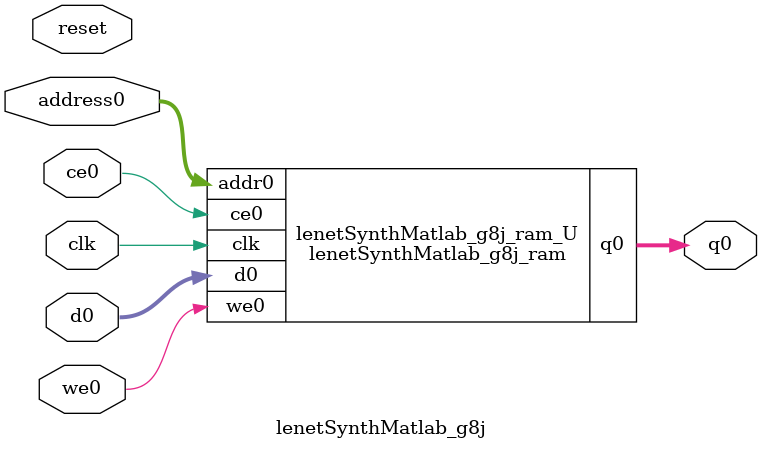
<source format=v>

`timescale 1 ns / 1 ps
module lenetSynthMatlab_g8j_ram (addr0, ce0, d0, we0, q0,  clk);

parameter DWIDTH = 32;
parameter AWIDTH = 3;
parameter MEM_SIZE = 5;

input[AWIDTH-1:0] addr0;
input ce0;
input[DWIDTH-1:0] d0;
input we0;
output reg[DWIDTH-1:0] q0;
input clk;

(* ram_style = "distributed" *)reg [DWIDTH-1:0] ram[0:MEM_SIZE-1];




always @(posedge clk)  
begin 
    if (ce0) 
    begin
        if (we0) 
        begin 
            ram[addr0] <= d0; 
            q0 <= d0;
        end 
        else 
            q0 <= ram[addr0];
    end
end


endmodule


`timescale 1 ns / 1 ps
module lenetSynthMatlab_g8j(
    reset,
    clk,
    address0,
    ce0,
    we0,
    d0,
    q0);

parameter DataWidth = 32'd32;
parameter AddressRange = 32'd5;
parameter AddressWidth = 32'd3;
input reset;
input clk;
input[AddressWidth - 1:0] address0;
input ce0;
input we0;
input[DataWidth - 1:0] d0;
output[DataWidth - 1:0] q0;



lenetSynthMatlab_g8j_ram lenetSynthMatlab_g8j_ram_U(
    .clk( clk ),
    .addr0( address0 ),
    .ce0( ce0 ),
    .we0( we0 ),
    .d0( d0 ),
    .q0( q0 ));

endmodule


</source>
